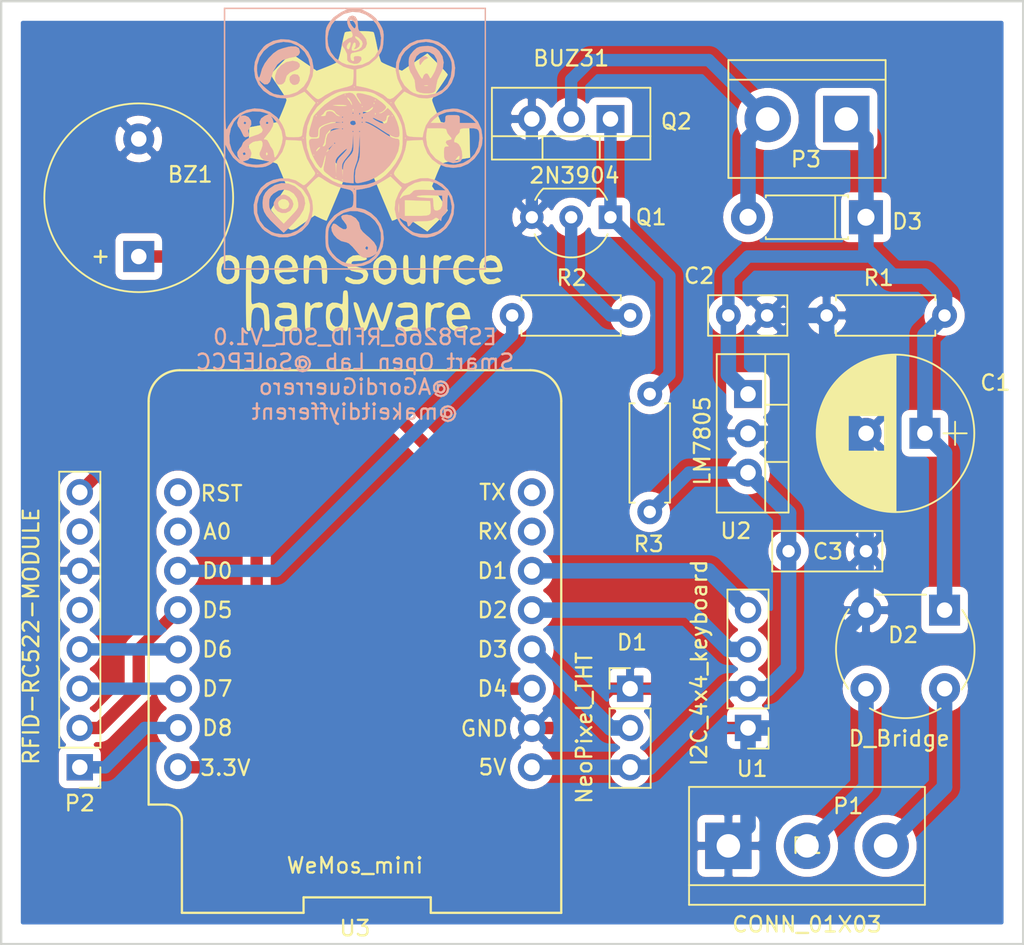
<source format=kicad_pcb>
(kicad_pcb (version 20171130) (host pcbnew 5.1.12-84ad8e8a86~92~ubuntu20.04.1)
  (layers (0 F.Cu signal hide) (31 B.Cu jumper hide) (34 B.Paste user) (35 F.Paste user) (36 B.SilkS user) (37 F.SilkS user) (38 B.Mask user) (39 F.Mask user) (44 Edge.Cuts user))
  (net 0 "")
  (net 1 +VDC)
  (net 2 GND)
  (net 3 +5V)
  (net 4 "Net-(D2-Pad4)")
  (net 5 "Net-(D3-Pad2)")
  (net 6 "Net-(R2-Pad1)")
  (net 7 "Net-(Q1-Pad2)")
  (net 8 "Net-(Q1-Pad1)")
  (net 9 "Net-(U1-Pad4)")
  (net 10 "Net-(U1-Pad3)")
  (net 11 "Net-(D2-Pad3)")
  (net 12 "Net-(P2-Pad5)")
  (net 13 "Net-(P2-Pad4)")
  (net 14 "Net-(P2-Pad3)")
  (net 15 "Net-(P2-Pad2)")
  (net 16 "Net-(P2-Pad1)")
  (net 17 +3.3V)
  (net 18 "Net-(U3-Pad10)")
  (net 19 "Net-(U3-Pad7)")
  (net 20 "Net-(U3-Pad9)")
  (net 21 "Net-(U3-Pad8)")
  (net 22 "Net-(D1-Pad2)")
  (net 23 "Net-(P2-Pad7)")
  (net 24 "Net-(BZ1-Pad1)")
  (module AGG_MOD:openHWlogo_1 (layer F.Cu) (at 153.91 78.98)
    (fp_text reference G*** hide)
    (fp_text value LOGO hide)
  )
  (module AGG_MOD:logo_SOL_200x200_azul (layer B.Cu) (at 153.67 76.2 180)
    (fp_text reference G*** hide)
    (fp_text value LOGO hide)
  )
  (module wemos-d1-mini:wemos-d1-mini-with-pin-header-and-connector (layer F.Cu) (at 153.67 107.95 90)
    (fp_text reference U3 (at -19.3 0 180) (layer F.SilkS))
    (fp_text value WeMos_mini (at -15.24 0 180) (layer F.SilkS))
    (pad 16 thru_hole circle (at -8.89 -11.43 90) (size 1.8 1.8) (drill 1.016) (layers *.Cu *.Mask) (net 17 +3.3V))
    (pad 1 thru_hole circle (at -8.89 11.43 90) (size 1.8 1.8) (drill 1.016) (layers *.Cu *.Mask) (net 3 +5V))
    (pad 15 thru_hole circle (at -6.35 -11.43 90) (size 1.8 1.8) (drill 1.016) (layers *.Cu *.Mask) (net 16 "Net-(P2-Pad1)"))
    (pad 2 thru_hole circle (at -6.35 11.43 90) (size 1.8 1.8) (drill 1.016) (layers *.Cu *.Mask) (net 2 GND))
    (pad 14 thru_hole circle (at -3.81 -11.43 90) (size 1.8 1.8) (drill 1.016) (layers *.Cu *.Mask) (net 14 "Net-(P2-Pad3)"))
    (pad 3 thru_hole circle (at -3.81 11.43 90) (size 1.8 1.8) (drill 1.016) (layers *.Cu *.Mask) (net 24 "Net-(BZ1-Pad1)"))
    (pad 13 thru_hole circle (at -1.27 -11.43 90) (size 1.8 1.8) (drill 1.016) (layers *.Cu *.Mask) (net 13 "Net-(P2-Pad4)"))
    (pad 4 thru_hole circle (at -1.27 11.43 90) (size 1.8 1.8) (drill 1.016) (layers *.Cu *.Mask) (net 22 "Net-(D1-Pad2)"))
    (pad 12 thru_hole circle (at 1.27 -11.43 90) (size 1.8 1.8) (drill 1.016) (layers *.Cu *.Mask) (net 15 "Net-(P2-Pad2)"))
    (pad 5 thru_hole circle (at 1.27 11.43 90) (size 1.8 1.8) (drill 1.016) (layers *.Cu *.Mask) (net 10 "Net-(U1-Pad3)"))
    (pad 11 thru_hole circle (at 3.81 -11.43 90) (size 1.8 1.8) (drill 1.016) (layers *.Cu *.Mask) (net 6 "Net-(R2-Pad1)"))
    (pad 6 thru_hole circle (at 3.81 11.43 90) (size 1.8 1.8) (drill 1.016) (layers *.Cu *.Mask) (net 9 "Net-(U1-Pad4)"))
    (pad 10 thru_hole circle (at 6.35 -11.43 90) (size 1.8 1.8) (drill 1.016) (layers *.Cu *.Mask) (net 18 "Net-(U3-Pad10)"))
    (pad 7 thru_hole circle (at 6.35 11.43 90) (size 1.8 1.8) (drill 1.016) (layers *.Cu *.Mask) (net 19 "Net-(U3-Pad7)"))
    (pad 9 thru_hole circle (at 8.89 -11.43 90) (size 1.8 1.8) (drill 1.016) (layers *.Cu *.Mask) (net 20 "Net-(U3-Pad9)"))
    (pad 8 thru_hole circle (at 8.89 11.43 90) (size 1.8 1.8) (drill 1.016) (layers *.Cu *.Mask) (net 21 "Net-(U3-Pad8)"))
  )
  (module Capacitors_THT:CP_Radial_D10.0mm_P3.80mm (layer F.Cu) (at 190.5 95.25 180)
    (fp_text reference C1 (at -4.55 3.27 180) (layer F.SilkS))
    (fp_text value 100u)
    (pad 2 thru_hole circle (at 3.8 0 180) (size 2 2) (drill 1) (layers *.Cu *.Mask) (net 2 GND))
    (pad 1 thru_hole rect (at 0 0 180) (size 2 2) (drill 1) (layers *.Cu *.Mask) (net 1 +VDC))
  )
  (module Capacitors_THT:C_Disc_D5.0mm_W2.5mm_P2.50mm (layer F.Cu) (at 177.8 87.63)
    (fp_text reference C2 (at -1.89 -2.56) (layer F.SilkS))
    (fp_text value 330n)
    (pad 2 thru_hole circle (at 2.5 0) (size 1.6 1.6) (drill 0.8) (layers *.Cu *.Mask) (net 2 GND))
    (pad 1 thru_hole circle (at 0 0) (size 1.6 1.6) (drill 0.8) (layers *.Cu *.Mask) (net 1 +VDC))
  )
  (module Capacitors_THT:C_Rect_L7.0mm_W2.5mm_P5.00mm (layer F.Cu) (at 181.69 102.87)
    (fp_text reference C3 (at 2.54 0.02) (layer F.SilkS))
    (fp_text value 100n)
    (pad 2 thru_hole circle (at 5 0) (size 1.6 1.6) (drill 0.8) (layers *.Cu *.Mask) (net 2 GND))
    (pad 1 thru_hole circle (at 0 0) (size 1.6 1.6) (drill 0.8) (layers *.Cu *.Mask) (net 3 +5V))
  )
  (module Socket_Strips:Socket_Strip_Straight_1x03_Pitch2.54mm (layer F.Cu) (at 171.45 111.76)
    (fp_text reference D1 (at 0.12 -2.99) (layer F.SilkS))
    (fp_text value NeoPixel_THT (at -2.96 2.53 90) (layer F.SilkS))
    (pad 3 thru_hole oval (at 0 5.08) (size 1.7 1.7) (drill 1) (layers *.Cu *.Mask) (net 3 +5V))
    (pad 2 thru_hole oval (at 0 2.54) (size 1.7 1.7) (drill 1) (layers *.Cu *.Mask) (net 22 "Net-(D1-Pad2)"))
    (pad 1 thru_hole rect (at 0 0) (size 1.7 1.7) (drill 1) (layers *.Cu *.Mask) (net 2 GND))
  )
  (module Diodes_THT:Diode_Bridge_Round_D8.9mm (layer F.Cu) (at 191.77 106.68 270)
    (fp_text reference D2 (at 1.61 2.68) (layer F.SilkS))
    (fp_text value D_Bridge (at 8.3 2.93) (layer F.SilkS))
    (pad 1 thru_hole rect (at 0 0 270) (size 2 2) (drill 1) (layers *.Cu *.Mask) (net 1 +VDC))
    (pad 3 thru_hole oval (at 5.08 5.08 270) (size 2 2) (drill 1) (layers *.Cu *.Mask) (net 11 "Net-(D2-Pad3)"))
    (pad 2 thru_hole oval (at 0 5.08 270) (size 2 2) (drill 1) (layers *.Cu *.Mask) (net 2 GND))
    (pad 4 thru_hole oval (at 5.08 0 270) (size 2 2) (drill 1) (layers *.Cu *.Mask) (net 4 "Net-(D2-Pad4)"))
  )
  (module Diodes_THT:D_DO-41_SOD81_P7.62mm_Horizontal (layer F.Cu) (at 186.69 81.28 180)
    (fp_text reference D3 (at -2.67 -0.28 180) (layer F.SilkS))
    (fp_text value 1N4007)
    (pad 2 thru_hole oval (at 7.62 0 180) (size 2.2 2.2) (drill 1.1) (layers *.Cu *.Mask) (net 5 "Net-(D3-Pad2)"))
    (pad 1 thru_hole rect (at 0 0 180) (size 2.2 2.2) (drill 1.1) (layers *.Cu *.Mask) (net 1 +VDC))
  )
  (module Connectors_Terminal_Blocks:TerminalBlock_bornier-3_P5.08mm (layer F.Cu) (at 177.8 121.92)
    (fp_text reference P1 (at 7.74 -2.57) (layer F.SilkS))
    (fp_text value CONN_01X03 (at 5.08 5.08) (layer F.SilkS))
    (fp_text user %R (at 5.08 0) (layer F.SilkS))
    (pad 3 thru_hole circle (at 10.16 0) (size 3 3) (drill 1.52) (layers *.Cu *.Mask) (net 4 "Net-(D2-Pad4)"))
    (pad 2 thru_hole circle (at 5.08 0) (size 3 3) (drill 1.52) (layers *.Cu *.Mask) (net 11 "Net-(D2-Pad3)"))
    (pad 1 thru_hole rect (at 0 0) (size 3 3) (drill 1.52) (layers *.Cu *.Mask) (net 2 GND))
  )
  (module Connectors_Terminal_Blocks:TerminalBlock_bornier-2_P5.08mm (layer F.Cu) (at 185.42 74.93 180)
    (fp_text reference P3 (at 2.61 -2.61 180) (layer F.SilkS))
    (fp_text value CONN_01X02)
    (pad 2 thru_hole circle (at 5.08 0 180) (size 3 3) (drill 1.52) (layers *.Cu *.Mask) (net 5 "Net-(D3-Pad2)"))
    (pad 1 thru_hole rect (at 0 0 180) (size 3 3) (drill 1.52) (layers *.Cu *.Mask) (net 1 +VDC))
  )
  (module TO_SOT_Packages_THT:TO-92_Inline_Wide (layer F.Cu) (at 170.18 81.28 180)
    (fp_text reference Q1 (at -2.63 0) (layer F.SilkS))
    (fp_text value 2N3904 (at 2.32 2.7 180) (layer F.SilkS))
    (pad 1 thru_hole rect (at 0 0 270) (size 1.52 1.52) (drill 0.8) (layers *.Cu *.Mask) (net 8 "Net-(Q1-Pad1)"))
    (pad 3 thru_hole circle (at 5.08 0 270) (size 1.52 1.52) (drill 0.8) (layers *.Cu *.Mask) (net 2 GND))
    (pad 2 thru_hole circle (at 2.54 0 270) (size 1.52 1.52) (drill 0.8) (layers *.Cu *.Mask) (net 7 "Net-(Q1-Pad2)"))
  )
  (module TO_SOT_Packages_THT:TO-220-3_Vertical (layer F.Cu) (at 170.18 74.93 180)
    (fp_text reference Q2 (at -4.26 -0.16) (layer F.SilkS))
    (fp_text value BUZ31 (at 2.54 3.92) (layer F.SilkS))
    (pad 1 thru_hole rect (at 0 0 180) (size 1.8 1.8) (drill 1) (layers *.Cu *.Mask) (net 8 "Net-(Q1-Pad1)"))
    (pad 2 thru_hole oval (at 2.54 0 180) (size 1.8 1.8) (drill 1) (layers *.Cu *.Mask) (net 5 "Net-(D3-Pad2)"))
    (pad 3 thru_hole oval (at 5.08 0 180) (size 1.8 1.8) (drill 1) (layers *.Cu *.Mask) (net 2 GND))
  )
  (module Resistors_THT:R_Axial_DIN0207_L6.3mm_D2.5mm_P7.62mm_Horizontal (layer F.Cu) (at 191.77 87.63 180)
    (fp_text reference R1 (at 4.26 2.43 180) (layer F.SilkS))
    (fp_text value 220k)
    (pad 2 thru_hole oval (at 7.62 0 180) (size 1.6 1.6) (drill 0.8) (layers *.Cu *.Mask) (net 2 GND))
    (pad 1 thru_hole circle (at 0 0 180) (size 1.6 1.6) (drill 0.8) (layers *.Cu *.Mask) (net 1 +VDC))
  )
  (module Resistors_THT:R_Axial_DIN0207_L6.3mm_D2.5mm_P7.62mm_Horizontal (layer F.Cu) (at 163.83 87.63)
    (fp_text reference R2 (at 3.84 -2.43) (layer F.SilkS))
    (fp_text value 10k)
    (pad 1 thru_hole circle (at 0 0) (size 1.6 1.6) (drill 0.8) (layers *.Cu *.Mask) (net 6 "Net-(R2-Pad1)"))
    (pad 2 thru_hole oval (at 7.62 0) (size 1.6 1.6) (drill 0.8) (layers *.Cu *.Mask) (net 7 "Net-(Q1-Pad2)"))
  )
  (module Resistors_THT:R_Axial_DIN0207_L6.3mm_D2.5mm_P7.62mm_Horizontal (layer F.Cu) (at 172.72 100.33 90)
    (fp_text reference R3 (at -2.08 -0.07 180) (layer F.SilkS))
    (fp_text value 10k)
    (pad 2 thru_hole oval (at 7.62 0 90) (size 1.6 1.6) (drill 0.8) (layers *.Cu *.Mask) (net 8 "Net-(Q1-Pad1)"))
    (pad 1 thru_hole circle (at 0 0 90) (size 1.6 1.6) (drill 0.8) (layers *.Cu *.Mask) (net 3 +5V))
  )
  (module Socket_Strips:Socket_Strip_Straight_1x04_Pitch2.54mm (layer F.Cu) (at 179.07 114.3 180)
    (fp_text reference U1 (at -0.26 -2.64 180) (layer F.SilkS))
    (fp_text value I2C_4x4_keyboard (at 3.16 4.21 270) (layer F.SilkS))
    (pad 4 thru_hole oval (at 0 7.62 180) (size 1.7 1.7) (drill 1) (layers *.Cu *.Mask) (net 9 "Net-(U1-Pad4)"))
    (pad 3 thru_hole oval (at 0 5.08 180) (size 1.7 1.7) (drill 1) (layers *.Cu *.Mask) (net 10 "Net-(U1-Pad3)"))
    (pad 2 thru_hole oval (at 0 2.54 180) (size 1.7 1.7) (drill 1) (layers *.Cu *.Mask) (net 3 +5V))
    (pad 1 thru_hole rect (at 0 0 180) (size 1.7 1.7) (drill 1) (layers *.Cu *.Mask) (net 2 GND))
  )
  (module TO_SOT_Packages_THT:TO-220-3_Vertical (layer F.Cu) (at 179.07 92.71 270)
    (fp_text reference U2 (at 8.85 0.79) (layer F.SilkS))
    (fp_text value LM7805 (at 3.03 2.95 270) (layer F.SilkS))
    (pad 3 thru_hole oval (at 5.08 0 270) (size 1.8 1.8) (drill 1) (layers *.Cu *.Mask) (net 3 +5V))
    (pad 2 thru_hole oval (at 2.54 0 270) (size 1.8 1.8) (drill 1) (layers *.Cu *.Mask) (net 2 GND))
    (pad 1 thru_hole rect (at 0 0 270) (size 1.8 1.8) (drill 1) (layers *.Cu *.Mask) (net 1 +VDC))
  )
  (module Socket_Strips:Socket_Strip_Straight_1x08_Pitch2.54mm (layer F.Cu) (at 135.89 116.84 180)
    (fp_text reference P2 (at 0 -2.33) (layer F.SilkS))
    (fp_text value RFID-RC522-MODULE (at 3.14 8.47 90) (layer F.SilkS))
    (pad 8 thru_hole oval (at 0 17.78 180) (size 1.7 1.7) (drill 1) (layers *.Cu *.Mask) (net 17 +3.3V))
    (pad 7 thru_hole oval (at 0 15.24 180) (size 1.7 1.7) (drill 1) (layers *.Cu *.Mask) (net 23 "Net-(P2-Pad7)"))
    (pad 6 thru_hole oval (at 0 12.7 180) (size 1.7 1.7) (drill 1) (layers *.Cu *.Mask) (net 2 GND))
    (pad 5 thru_hole oval (at 0 10.16 180) (size 1.7 1.7) (drill 1) (layers *.Cu *.Mask) (net 12 "Net-(P2-Pad5)"))
    (pad 4 thru_hole oval (at 0 7.62 180) (size 1.7 1.7) (drill 1) (layers *.Cu *.Mask) (net 13 "Net-(P2-Pad4)"))
    (pad 3 thru_hole oval (at 0 5.08 180) (size 1.7 1.7) (drill 1) (layers *.Cu *.Mask) (net 14 "Net-(P2-Pad3)"))
    (pad 2 thru_hole oval (at 0 2.54 180) (size 1.7 1.7) (drill 1) (layers *.Cu *.Mask) (net 15 "Net-(P2-Pad2)"))
    (pad 1 thru_hole rect (at 0 0 180) (size 1.7 1.7) (drill 1) (layers *.Cu *.Mask) (net 16 "Net-(P2-Pad1)"))
  )
  (module Buzzers_Beepers:Buzzer_12x9.5RM7.6 (layer F.Cu) (at 139.7 83.82 90)
    (fp_text reference BZ1 (at 5.3 3.32) (layer F.SilkS))
    (fp_text value Buzzer)
    (fp_text user + (at -0.01 -2.54 270) (layer F.SilkS))
    (pad 2 thru_hole circle (at 7.6 0 90) (size 2 2) (drill 1) (layers *.Cu *.Mask) (net 2 GND))
    (pad 1 thru_hole rect (at 0 0 90) (size 2 2) (drill 1) (layers *.Cu *.Mask) (net 24 "Net-(BZ1-Pad1)"))
  )
  (gr_text 5V (at 162.56 116.84) (layer F.SilkS) (effects (font (size 1 1))))
  (gr_text GND (at 162.03 114.34) (layer F.SilkS) (effects (font (size 1 1))))
  (gr_text D4 (at 162.56 111.76) (layer F.SilkS) (effects (font (size 1 1))))
  (gr_text D3 (at 162.56 109.22) (layer F.SilkS) (effects (font (size 1 1))))
  (gr_text D2 (at 162.56 106.68) (layer F.SilkS) (effects (font (size 1 1))))
  (gr_text D1 (at 162.56 104.14) (layer F.SilkS) (effects (font (size 1 1))))
  (gr_text RX (at 162.56 101.6) (layer F.SilkS) (effects (font (size 1 1))))
  (gr_text TX (at 162.56 99.06) (layer F.SilkS) (effects (font (size 1 1))))
  (gr_text 3.3V (at 145.3 116.88) (layer F.SilkS) (effects (font (size 1 1))))
  (gr_text D8 (at 144.78 114.3) (layer F.SilkS) (effects (font (size 1 1))))
  (gr_text D7 (at 144.78 111.76) (layer F.SilkS) (effects (font (size 1 1))))
  (gr_text D6 (at 144.78 109.22) (layer F.SilkS) (effects (font (size 1 1))))
  (gr_text D5 (at 144.78 106.68) (layer F.SilkS) (effects (font (size 1 1))))
  (gr_text D0 (at 144.78 104.14) (layer F.SilkS) (effects (font (size 1 1))))
  (gr_text A0 (at 144.78 101.6) (layer F.SilkS) (effects (font (size 1 1))))
  (gr_text RST (at 145.05 99.14) (layer F.SilkS) (effects (font (size 1 1))))
  (gr_text "ESP8266_RFID_SOL_V1.0\nSmart Open Lab @SolEPCC\n@AGordiGuerrero\n@makeitdiyfferent" (at 153.67 91.44) (layer B.SilkS) (effects (font (size 1 1)) (justify mirror)))
  (gr_line (start 130.81 67.31) (end 130.81 128.27) (layer Edge.Cuts) (width 0.15))
  (gr_line (start 196.85 67.31) (end 130.81 67.31) (layer Edge.Cuts) (width 0.15))
  (gr_line (start 196.85 128.27) (end 196.85 67.31) (layer Edge.Cuts) (width 0.15))
  (gr_line (start 130.81 128.27) (end 196.85 128.27) (layer Edge.Cuts) (width 0.15))
  (segment (start 191.77 96.52) (end 190.5 95.25) (width 1) (layer B.Cu) (net 1))
  (segment (start 191.77 106.68) (end 191.77 96.52) (width 1) (layer B.Cu) (net 1))
  (segment (start 190.5 95.25) (end 190.5 88.9) (width 1) (layer B.Cu) (net 1))
  (segment (start 190.5 88.9) (end 191.77 87.63) (width 1) (layer B.Cu) (net 1))
  (segment (start 177.8 91.44) (end 179.07 92.71) (width 1) (layer B.Cu) (net 1))
  (segment (start 177.8 87.63) (end 177.8 91.44) (width 1) (layer B.Cu) (net 1))
  (segment (start 191.77 87.63) (end 191.77 86.36) (width 1) (layer B.Cu) (net 1))
  (segment (start 191.77 86.36) (end 190.5 85.09) (width 1) (layer B.Cu) (net 1))
  (segment (start 186.69 83.38) (end 186.69 81.28) (width 1) (layer B.Cu) (net 1))
  (segment (start 188.4 85.09) (end 186.69 83.38) (width 1) (layer B.Cu) (net 1))
  (segment (start 189.23 85.09) (end 188.4 85.09) (width 1) (layer B.Cu) (net 1))
  (segment (start 190.5 85.09) (end 189.23 85.09) (width 1) (layer B.Cu) (net 1))
  (segment (start 186.69 76.2) (end 185.42 74.93) (width 1) (layer B.Cu) (net 1))
  (segment (start 186.69 81.28) (end 186.69 76.2) (width 1) (layer B.Cu) (net 1))
  (segment (start 177.8 87.63) (end 177.8 85.09) (width 0.8) (layer B.Cu) (net 1))
  (segment (start 177.8 85.09) (end 179.07 83.82) (width 0.8) (layer B.Cu) (net 1))
  (segment (start 179.07 83.82) (end 186.69 83.82) (width 0.8) (layer B.Cu) (net 1))
  (segment (start 186.69 83.82) (end 186.69 81.28) (width 0.8) (layer B.Cu) (net 1))
  (segment (start 177.8 121.92) (end 179.07 120.65) (width 1) (layer B.Cu) (net 2))
  (segment (start 179.07 120.65) (end 179.07 114.3) (width 1) (layer B.Cu) (net 2))
  (segment (start 179.07 114.3) (end 181.61 114.3) (width 1) (layer B.Cu) (net 2))
  (segment (start 181.61 114.3) (end 184.15 111.76) (width 1) (layer B.Cu) (net 2))
  (segment (start 184.15 111.76) (end 184.15 109.22) (width 1) (layer B.Cu) (net 2))
  (segment (start 184.15 109.22) (end 186.69 106.68) (width 1) (layer B.Cu) (net 2))
  (segment (start 186.7 106.67) (end 186.69 106.68) (width 1) (layer B.Cu) (net 2))
  (segment (start 179.07 95.25) (end 185.43 95.25) (width 1) (layer B.Cu) (net 2))
  (segment (start 186.7 96.52) (end 186.7 106.67) (width 1) (layer B.Cu) (net 2))
  (segment (start 185.43 95.25) (end 186.7 96.52) (width 1) (layer B.Cu) (net 2))
  (segment (start 186.7 95.25) (end 186.7 96.52) (width 1) (layer B.Cu) (net 2))
  (segment (start 184.15 92.7) (end 186.7 95.25) (width 1) (layer B.Cu) (net 2))
  (segment (start 184.15 87.63) (end 184.15 92.7) (width 1) (layer B.Cu) (net 2))
  (segment (start 180.3 87.63) (end 184.15 87.63) (width 1) (layer B.Cu) (net 2))
  (segment (start 165.1 81.28) (end 165.1 74.93) (width 0.8) (layer B.Cu) (net 2))
  (segment (start 165.1 114.3) (end 167.64 114.3) (width 0.8) (layer F.Cu) (net 2))
  (segment (start 167.64 114.3) (end 170.18 111.76) (width 0.8) (layer F.Cu) (net 2))
  (segment (start 170.18 111.76) (end 171.45 111.76) (width 0.8) (layer F.Cu) (net 2))
  (segment (start 176.53 114.3) (end 179.07 114.3) (width 0.8) (layer F.Cu) (net 2))
  (segment (start 171.45 111.76) (end 173.99 111.76) (width 0.8) (layer F.Cu) (net 2))
  (segment (start 173.99 111.76) (end 176.53 114.3) (width 0.8) (layer F.Cu) (net 2))
  (segment (start 171.45 116.84) (end 172.72 116.84) (width 1) (layer B.Cu) (net 3))
  (segment (start 177.8 111.76) (end 179.07 111.76) (width 1) (layer B.Cu) (net 3))
  (segment (start 172.72 116.84) (end 177.8 111.76) (width 1) (layer B.Cu) (net 3))
  (segment (start 171.45 116.84) (end 165.1 116.84) (width 1) (layer B.Cu) (net 3))
  (segment (start 179.07 111.76) (end 180.34 111.76) (width 1) (layer B.Cu) (net 3))
  (segment (start 181.69 110.41) (end 181.69 102.87) (width 1) (layer B.Cu) (net 3))
  (segment (start 180.34 111.76) (end 181.69 110.41) (width 1) (layer B.Cu) (net 3))
  (segment (start 181.69 100.41) (end 179.07 97.79) (width 1) (layer B.Cu) (net 3))
  (segment (start 181.69 102.87) (end 181.69 100.41) (width 1) (layer B.Cu) (net 3))
  (segment (start 175.26 97.79) (end 172.72 100.33) (width 0.8) (layer B.Cu) (net 3))
  (segment (start 179.07 97.79) (end 175.26 97.79) (width 0.8) (layer B.Cu) (net 3))
  (segment (start 187.96 121.92) (end 191.77 118.11) (width 1) (layer B.Cu) (net 4))
  (segment (start 191.77 118.11) (end 191.77 111.76) (width 1) (layer B.Cu) (net 4))
  (segment (start 179.07 76.2) (end 180.34 74.93) (width 1) (layer B.Cu) (net 5))
  (segment (start 179.07 77.47) (end 179.07 76.2) (width 1) (layer B.Cu) (net 5))
  (segment (start 179.07 81.28) (end 179.07 77.47) (width 1) (layer B.Cu) (net 5))
  (segment (start 176.53 71.12) (end 180.34 74.93) (width 0.8) (layer B.Cu) (net 5))
  (segment (start 168.91 71.12) (end 176.53 71.12) (width 0.8) (layer B.Cu) (net 5))
  (segment (start 167.64 74.93) (end 167.64 72.39) (width 0.8) (layer B.Cu) (net 5))
  (segment (start 167.64 72.39) (end 168.91 71.12) (width 0.8) (layer B.Cu) (net 5))
  (segment (start 142.24 104.14) (end 148.59 104.14) (width 0.8) (layer B.Cu) (net 6))
  (segment (start 163.83 88.9) (end 163.83 87.63) (width 0.8) (layer B.Cu) (net 6))
  (segment (start 148.59 104.14) (end 163.83 88.9) (width 0.8) (layer B.Cu) (net 6))
  (segment (start 171.45 87.63) (end 170.18 87.63) (width 0.8) (layer B.Cu) (net 7))
  (segment (start 170.18 87.63) (end 167.64 85.09) (width 0.8) (layer B.Cu) (net 7))
  (segment (start 167.64 85.09) (end 167.64 81.28) (width 0.8) (layer B.Cu) (net 7))
  (segment (start 172.72 92.71) (end 173.99 91.44) (width 0.8) (layer B.Cu) (net 8))
  (segment (start 173.99 91.44) (end 173.99 85.09) (width 0.8) (layer B.Cu) (net 8))
  (segment (start 173.99 85.09) (end 170.18 81.28) (width 0.8) (layer B.Cu) (net 8))
  (segment (start 170.18 81.28) (end 170.18 74.93) (width 0.8) (layer B.Cu) (net 8))
  (segment (start 179.07 106.68) (end 176.53 104.14) (width 1) (layer B.Cu) (net 9))
  (segment (start 176.53 104.14) (end 165.1 104.14) (width 1) (layer B.Cu) (net 9))
  (segment (start 165.1 106.68) (end 175.26 106.68) (width 1) (layer B.Cu) (net 10))
  (segment (start 175.26 106.68) (end 177.8 109.22) (width 1) (layer B.Cu) (net 10))
  (segment (start 177.8 109.22) (end 179.07 109.22) (width 1) (layer B.Cu) (net 10))
  (segment (start 186.69 118.11) (end 186.69 111.76) (width 1) (layer B.Cu) (net 11))
  (segment (start 182.88 121.92) (end 186.69 118.11) (width 1) (layer B.Cu) (net 11))
  (segment (start 135.89 109.22) (end 142.24 109.22) (width 0.8) (layer B.Cu) (net 13))
  (segment (start 135.89 111.76) (end 142.24 111.76) (width 0.8) (layer B.Cu) (net 14))
  (segment (start 135.89 114.3) (end 137.16 114.3) (width 0.8) (layer F.Cu) (net 15))
  (segment (start 137.16 114.3) (end 139.7 111.76) (width 0.8) (layer F.Cu) (net 15))
  (segment (start 139.7 109.22) (end 142.24 106.68) (width 0.8) (layer F.Cu) (net 15))
  (segment (start 139.7 111.76) (end 139.7 109.22) (width 0.8) (layer F.Cu) (net 15))
  (segment (start 137.54 116.84) (end 140.08 114.3) (width 0.8) (layer B.Cu) (net 16))
  (segment (start 135.89 116.84) (end 137.54 116.84) (width 0.8) (layer B.Cu) (net 16))
  (segment (start 140.08 114.3) (end 142.24 114.3) (width 0.8) (layer B.Cu) (net 16))
  (segment (start 144.78 116.84) (end 142.24 116.84) (width 0.8) (layer F.Cu) (net 17))
  (segment (start 147.32 114.3) (end 144.78 116.84) (width 0.8) (layer F.Cu) (net 17))
  (segment (start 147.32 97.79) (end 147.32 114.3) (width 0.8) (layer F.Cu) (net 17))
  (segment (start 144.78 95.25) (end 147.32 97.79) (width 0.8) (layer F.Cu) (net 17))
  (segment (start 135.89 99.06) (end 139.7 95.25) (width 0.8) (layer F.Cu) (net 17))
  (segment (start 139.7 95.25) (end 144.78 95.25) (width 0.8) (layer F.Cu) (net 17))
  (segment (start 170.18 114.3) (end 165.1 109.22) (width 1) (layer B.Cu) (net 22))
  (segment (start 171.45 114.3) (end 170.18 114.3) (width 1) (layer B.Cu) (net 22))
  (segment (start 139.7 83.82) (end 146.05 83.82) (width 0.8) (layer F.Cu) (net 24))
  (segment (start 146.05 83.82) (end 158.75 96.52) (width 0.8) (layer F.Cu) (net 24))
  (segment (start 158.75 96.52) (end 158.75 107.95) (width 0.8) (layer F.Cu) (net 24))
  (segment (start 158.75 107.95) (end 162.56 111.76) (width 0.8) (layer F.Cu) (net 24))
  (segment (start 162.56 111.76) (end 165.1 111.76) (width 0.8) (layer F.Cu) (net 24))
  (zone (net 2) (net_name GND) (layer B.Cu) (connect_pads (clearance 0.508)) (min_thickness 0.254) (fill yes (arc_segments 32) (thermal_gap 0.508) (thermal_bridge_width 0.508))
    (polygon (pts (xy 195.58 127) (xy 195.58 68.58) (xy 132.08 68.58) (xy 132.08 127)))
  )
  (zone (net 2) (net_name GND) (layer F.Cu) (connect_pads (clearance 0.508)) (min_thickness 0.254) (fill yes (arc_segments 32) (thermal_gap 0.508) (thermal_bridge_width 0.508))
    (polygon (pts (xy 133.35 69.85) (xy 194.31 69.85) (xy 194.31 125.73) (xy 133.35 125.73)))
  )
)
</source>
